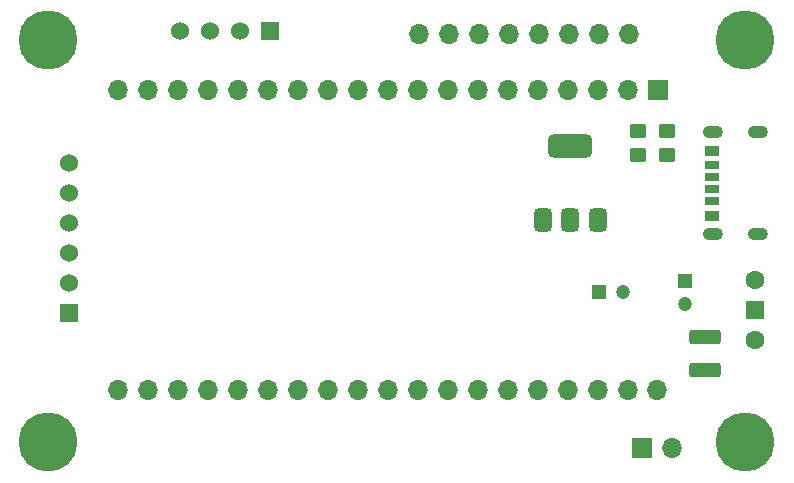
<source format=gbr>
%TF.GenerationSoftware,KiCad,Pcbnew,8.0.4*%
%TF.CreationDate,2024-08-01T02:57:42-04:00*%
%TF.ProjectId,esp32-node-board-40x65_telemetry,65737033-322d-46e6-9f64-652d626f6172,rev?*%
%TF.SameCoordinates,Original*%
%TF.FileFunction,Soldermask,Top*%
%TF.FilePolarity,Negative*%
%FSLAX46Y46*%
G04 Gerber Fmt 4.6, Leading zero omitted, Abs format (unit mm)*
G04 Created by KiCad (PCBNEW 8.0.4) date 2024-08-01 02:57:42*
%MOMM*%
%LPD*%
G01*
G04 APERTURE LIST*
G04 Aperture macros list*
%AMRoundRect*
0 Rectangle with rounded corners*
0 $1 Rounding radius*
0 $2 $3 $4 $5 $6 $7 $8 $9 X,Y pos of 4 corners*
0 Add a 4 corners polygon primitive as box body*
4,1,4,$2,$3,$4,$5,$6,$7,$8,$9,$2,$3,0*
0 Add four circle primitives for the rounded corners*
1,1,$1+$1,$2,$3*
1,1,$1+$1,$4,$5*
1,1,$1+$1,$6,$7*
1,1,$1+$1,$8,$9*
0 Add four rect primitives between the rounded corners*
20,1,$1+$1,$2,$3,$4,$5,0*
20,1,$1+$1,$4,$5,$6,$7,0*
20,1,$1+$1,$6,$7,$8,$9,0*
20,1,$1+$1,$8,$9,$2,$3,0*%
G04 Aperture macros list end*
%ADD10O,1.700000X1.700000*%
%ADD11R,1.200000X1.200000*%
%ADD12C,1.200000*%
%ADD13O,1.701800X1.092200*%
%ADD14R,1.193800X0.711200*%
%ADD15R,1.193800X0.762000*%
%ADD16R,1.193800X0.812800*%
%ADD17C,5.000000*%
%ADD18R,1.524000X1.524000*%
%ADD19C,1.524000*%
%ADD20RoundRect,0.250000X-0.450000X0.350000X-0.450000X-0.350000X0.450000X-0.350000X0.450000X0.350000X0*%
%ADD21R,1.700000X1.700000*%
%ADD22RoundRect,0.250000X-1.075000X0.375000X-1.075000X-0.375000X1.075000X-0.375000X1.075000X0.375000X0*%
%ADD23R,1.500000X1.500000*%
%ADD24C,1.600000*%
%ADD25RoundRect,0.250000X0.450000X-0.350000X0.450000X0.350000X-0.450000X0.350000X-0.450000X-0.350000X0*%
%ADD26RoundRect,0.375000X0.375000X-0.625000X0.375000X0.625000X-0.375000X0.625000X-0.375000X-0.625000X0*%
%ADD27RoundRect,0.500000X1.400000X-0.500000X1.400000X0.500000X-1.400000X0.500000X-1.400000X-0.500000X0*%
G04 APERTURE END LIST*
D10*
%TO.C,J16*%
X131940000Y-84050000D03*
X121780000Y-84050000D03*
X124320000Y-84050000D03*
X126860000Y-84050000D03*
X119240000Y-84050000D03*
X116700000Y-84050000D03*
X129400000Y-84050000D03*
X114160000Y-84050000D03*
%TD*%
D11*
%TO.C,C2*%
X129427401Y-105850000D03*
D12*
X131427401Y-105850000D03*
%TD*%
D13*
%TO.C,J8*%
X139045600Y-100970000D03*
X139045600Y-92330000D03*
X142845599Y-100970000D03*
X142845599Y-92330000D03*
D14*
X138965599Y-97149999D03*
D15*
X138965599Y-95130000D03*
D16*
X138965599Y-93900000D03*
D14*
X138965599Y-96150001D03*
D15*
X138965716Y-98169936D03*
D16*
X138965716Y-99399936D03*
%TD*%
D17*
%TO.C,H1*%
X82800000Y-84550000D03*
X82800000Y-118550000D03*
X141800000Y-118550000D03*
X141800000Y-84550000D03*
%TD*%
D11*
%TO.C,C1*%
X136700000Y-104904801D03*
D12*
X136700000Y-106904801D03*
%TD*%
D18*
%TO.C,J3*%
X101520000Y-83750000D03*
D19*
X93900000Y-83750000D03*
X96440000Y-83750000D03*
X98980000Y-83750000D03*
%TD*%
D20*
%TO.C,R7*%
X135200000Y-92250000D03*
X135200000Y-94250000D03*
%TD*%
D21*
%TO.C,J6*%
X134420000Y-88750000D03*
D10*
X131880000Y-88750000D03*
X129340000Y-88750000D03*
X126800000Y-88750000D03*
X124260000Y-88750000D03*
X121720000Y-88750000D03*
X119180000Y-88750000D03*
X116640000Y-88750000D03*
X114100000Y-88750000D03*
X111560000Y-88750000D03*
X109020000Y-88750000D03*
X106480000Y-88750000D03*
X103940000Y-88750000D03*
X101400000Y-88750000D03*
X98860000Y-88750000D03*
X96320000Y-88750000D03*
X93780000Y-88750000D03*
X91240000Y-88750000D03*
X88700000Y-88750000D03*
X88700000Y-114150000D03*
X91240000Y-114150000D03*
X93780000Y-114150000D03*
X96320000Y-114150000D03*
X98860000Y-114150000D03*
X101400000Y-114150000D03*
X103940000Y-114150000D03*
X106480000Y-114150000D03*
X109020000Y-114150000D03*
X111560000Y-114150000D03*
X114100000Y-114150000D03*
X116640000Y-114150000D03*
X119180000Y-114150000D03*
X121720000Y-114150000D03*
X124260000Y-114150000D03*
X126800000Y-114150000D03*
X129340000Y-114150000D03*
X131880000Y-114150000D03*
X134310000Y-114150000D03*
%TD*%
D21*
%TO.C,J1*%
X133060000Y-119050000D03*
D10*
X135600000Y-119050000D03*
%TD*%
D19*
%TO.C,J5*%
X84500000Y-97490000D03*
X84500000Y-105110000D03*
X84500000Y-102570000D03*
X84500000Y-100030000D03*
X84500000Y-94950000D03*
D18*
X84500000Y-107650000D03*
%TD*%
D22*
%TO.C,D1*%
X138400000Y-109650000D03*
X138400000Y-112450000D03*
%TD*%
D23*
%TO.C,SW2*%
X142600000Y-107390000D03*
D24*
X142600000Y-104850000D03*
X142600000Y-109930000D03*
%TD*%
D25*
%TO.C,R1*%
X132700000Y-94250000D03*
X132700000Y-92250000D03*
%TD*%
D26*
%TO.C,U1*%
X124700000Y-99800000D03*
X127000000Y-99800000D03*
D27*
X127000000Y-93500000D03*
D26*
X129300000Y-99800000D03*
%TD*%
M02*

</source>
